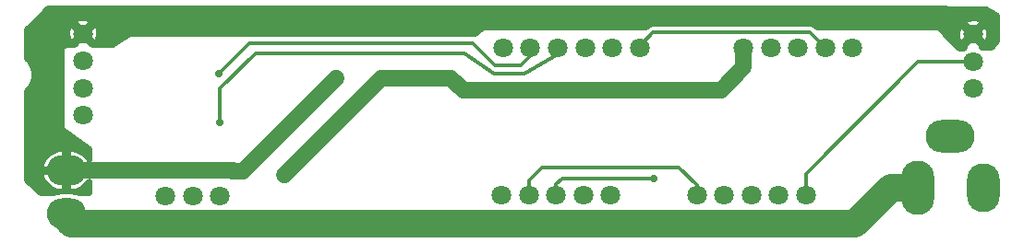
<source format=gtl>
G04 #@! TF.FileFunction,Copper,L1,Top,Signal*
%FSLAX46Y46*%
G04 Gerber Fmt 4.6, Leading zero omitted, Abs format (unit mm)*
G04 Created by KiCad (PCBNEW 4.0.1-stable) date 2/14/2016 11:26:41 PM*
%MOMM*%
G01*
G04 APERTURE LIST*
%ADD10C,0.100000*%
%ADD11O,3.000000X5.000000*%
%ADD12O,3.000000X4.500000*%
%ADD13O,4.500000X3.000000*%
%ADD14O,3.600000X2.800000*%
%ADD15C,1.800000*%
%ADD16C,0.800000*%
%ADD17C,0.700000*%
%ADD18C,1.500000*%
%ADD19C,2.500000*%
%ADD20C,0.300000*%
%ADD21C,0.250000*%
%ADD22C,0.500000*%
G04 APERTURE END LIST*
D10*
D11*
X155700000Y-75100000D03*
D12*
X161700000Y-75100000D03*
D13*
X158700000Y-70400000D03*
D14*
X77650000Y-73520000D03*
X77650000Y-77480000D03*
D15*
X135450000Y-75750000D03*
X145450000Y-75750000D03*
X142950000Y-75750000D03*
X140450000Y-75750000D03*
X137950000Y-75750000D03*
X91750000Y-75900000D03*
X89250000Y-75900000D03*
X86750000Y-75900000D03*
X117550000Y-75750000D03*
X127550000Y-75750000D03*
X125050000Y-75750000D03*
X122550000Y-75750000D03*
X120050000Y-75750000D03*
X160800000Y-66000000D03*
X160800000Y-63500000D03*
X160800000Y-61000000D03*
X130200000Y-62200000D03*
X117700000Y-62200000D03*
X127700000Y-62200000D03*
X120200000Y-62200000D03*
X122700000Y-62200000D03*
X125200000Y-62200000D03*
X79200000Y-60950000D03*
X79200000Y-63450000D03*
X79200000Y-65950000D03*
X79200000Y-68450000D03*
X149750000Y-62200000D03*
X139750000Y-62200000D03*
X142250000Y-62200000D03*
X144750000Y-62200000D03*
X147250000Y-62200000D03*
D16*
X102350000Y-65000000D03*
X110650000Y-65000000D03*
X97650000Y-73900000D03*
D17*
X131500000Y-74250000D03*
X91650000Y-64600000D03*
X91750000Y-69050000D03*
D18*
X77200000Y-73520000D02*
X92880000Y-73520000D01*
X93800000Y-73550000D02*
X102350000Y-65000000D01*
X92910000Y-73550000D02*
X93800000Y-73550000D01*
X92880000Y-73520000D02*
X92910000Y-73550000D01*
X77200000Y-73520000D02*
X77120000Y-73520000D01*
X110650000Y-65000000D02*
X112900000Y-65000000D01*
X139750000Y-64050000D02*
X139750000Y-62200000D01*
X137650000Y-66150000D02*
X139750000Y-64050000D01*
X114050000Y-66150000D02*
X137650000Y-66150000D01*
X112900000Y-65000000D02*
X114050000Y-66150000D01*
X106550000Y-65000000D02*
X110650000Y-65000000D01*
X97650000Y-73900000D02*
X106550000Y-65000000D01*
D19*
X154700000Y-75100000D02*
X153300000Y-75100000D01*
X153300000Y-75100000D02*
X150000000Y-78400000D01*
X150000000Y-78400000D02*
X78120000Y-78400000D01*
X78120000Y-78400000D02*
X77200000Y-77480000D01*
D20*
X145450000Y-75750000D02*
X145450000Y-73800000D01*
X155750000Y-63500000D02*
X160800000Y-63500000D01*
X145450000Y-73800000D02*
X155750000Y-63500000D01*
X122550000Y-75750000D02*
X122550000Y-74800000D01*
X122550000Y-74800000D02*
X123100000Y-74250000D01*
X123100000Y-74250000D02*
X131500000Y-74250000D01*
D21*
X122550000Y-75300000D02*
X122550000Y-75750000D01*
D20*
X120050000Y-75750000D02*
X120050000Y-74400000D01*
X120050000Y-74400000D02*
X121250000Y-73200000D01*
X121250000Y-73200000D02*
X133800000Y-73200000D01*
X133800000Y-73200000D02*
X135450000Y-74850000D01*
D21*
X135450000Y-74850000D02*
X135450000Y-75750000D01*
X130200000Y-62200000D02*
X130200000Y-62050000D01*
D20*
X130200000Y-62050000D02*
X131450000Y-60800000D01*
X131450000Y-60800000D02*
X145850000Y-60800000D01*
X145850000Y-60800000D02*
X147250000Y-62200000D01*
X120200000Y-62200000D02*
X120200000Y-63000000D01*
X120200000Y-63000000D02*
X119350000Y-63850000D01*
X119350000Y-63850000D02*
X116950000Y-63850000D01*
X116950000Y-63850000D02*
X114950000Y-61850000D01*
X114950000Y-61850000D02*
X112150000Y-61850000D01*
X94400000Y-61850000D02*
X112150000Y-61850000D01*
X91650000Y-64600000D02*
X94400000Y-61850000D01*
D21*
X122700000Y-62200000D02*
X122700000Y-62800000D01*
D20*
X122700000Y-62800000D02*
X119662500Y-64600000D01*
X91750000Y-65950000D02*
X91750000Y-69050000D01*
X95000000Y-62700000D02*
X91750000Y-65950000D01*
X114184856Y-62700000D02*
X95000000Y-62700000D01*
X116833340Y-64600000D02*
X114184856Y-62700000D01*
X119662500Y-64600000D02*
X116833340Y-64600000D01*
D22*
G36*
X158938648Y-58649742D02*
X158950000Y-58650000D01*
X161978300Y-58650000D01*
X163000000Y-59288563D01*
X163000000Y-61611239D01*
X162479479Y-62251881D01*
X161651621Y-62265022D01*
X161554735Y-62199671D01*
X161620924Y-62033056D01*
X160800000Y-61212132D01*
X159979076Y-62033056D01*
X160045743Y-62200875D01*
X159905359Y-62292740D01*
X159553875Y-62298319D01*
X158380262Y-61092986D01*
X159345954Y-61092986D01*
X159392033Y-61374870D01*
X159492220Y-61642347D01*
X159539345Y-61730509D01*
X159766944Y-61820924D01*
X160587868Y-61000000D01*
X161012132Y-61000000D01*
X161833056Y-61820924D01*
X162060655Y-61730509D01*
X162178948Y-61470531D01*
X162244248Y-61192471D01*
X162254046Y-60907014D01*
X162207967Y-60625130D01*
X162107780Y-60357653D01*
X162060655Y-60269491D01*
X161833056Y-60179076D01*
X161012132Y-61000000D01*
X160587868Y-61000000D01*
X159766944Y-60179076D01*
X159539345Y-60269491D01*
X159421052Y-60529469D01*
X159355752Y-60807529D01*
X159345954Y-61092986D01*
X158380262Y-61092986D01*
X157779118Y-60475596D01*
X157723439Y-60432600D01*
X157657985Y-60406818D01*
X157600000Y-60400000D01*
X146510660Y-60400000D01*
X146380330Y-60269670D01*
X146326840Y-60225733D01*
X146273725Y-60181165D01*
X146270267Y-60179264D01*
X146267221Y-60176762D01*
X146206174Y-60144028D01*
X146145456Y-60110648D01*
X146141698Y-60109456D01*
X146138222Y-60107592D01*
X146071954Y-60087332D01*
X146005934Y-60066389D01*
X146002016Y-60065950D01*
X145998243Y-60064796D01*
X145929284Y-60057791D01*
X145860472Y-60050073D01*
X145852769Y-60050019D01*
X145852618Y-60050004D01*
X145852478Y-60050017D01*
X145850000Y-60050000D01*
X131450000Y-60050000D01*
X131381093Y-60056757D01*
X131312036Y-60062799D01*
X131308249Y-60063899D01*
X131304324Y-60064284D01*
X131237963Y-60084319D01*
X131171474Y-60103636D01*
X131167977Y-60105449D01*
X131164197Y-60106590D01*
X131102982Y-60139139D01*
X131041521Y-60170997D01*
X131038440Y-60173457D01*
X131034956Y-60175309D01*
X130981254Y-60219107D01*
X130927126Y-60262317D01*
X130921639Y-60267728D01*
X130921524Y-60267822D01*
X130921436Y-60267928D01*
X130919670Y-60269670D01*
X130789340Y-60400000D01*
X115900000Y-60400000D01*
X115830352Y-60409898D01*
X115766218Y-60438807D01*
X115723223Y-60473223D01*
X115196446Y-61000000D01*
X83500000Y-61000000D01*
X83430352Y-61009898D01*
X83364468Y-61039926D01*
X81876353Y-62000000D01*
X80014193Y-62000000D01*
X80020924Y-61983056D01*
X79200000Y-61162132D01*
X78379076Y-61983056D01*
X78385807Y-62000000D01*
X77700000Y-62000000D01*
X77630352Y-62009898D01*
X77571376Y-62035627D01*
X77321376Y-62185627D01*
X77266745Y-62229948D01*
X77226625Y-62287734D01*
X77204192Y-62354409D01*
X77200000Y-62400000D01*
X77200000Y-69550000D01*
X77209898Y-69619648D01*
X77238807Y-69683782D01*
X77303193Y-69752355D01*
X79750000Y-71527489D01*
X79750000Y-72554637D01*
X79534925Y-72247207D01*
X79258083Y-71981969D01*
X78934815Y-71775837D01*
X78577544Y-71636732D01*
X78200000Y-71570000D01*
X77800000Y-71570000D01*
X77800000Y-73370000D01*
X77820000Y-73370000D01*
X77820000Y-73670000D01*
X77800000Y-73670000D01*
X77800000Y-75470000D01*
X78200000Y-75470000D01*
X78577544Y-75403268D01*
X78934815Y-75264163D01*
X79258083Y-75058031D01*
X79534925Y-74792793D01*
X79750000Y-74485363D01*
X79750000Y-75650000D01*
X78864542Y-75650000D01*
X78849497Y-75641729D01*
X78477436Y-75523705D01*
X78089537Y-75480195D01*
X78061613Y-75480000D01*
X77238387Y-75480000D01*
X76849918Y-75518090D01*
X76476246Y-75630908D01*
X76440339Y-75650000D01*
X75253554Y-75650000D01*
X74050000Y-74446446D01*
X74050000Y-73972297D01*
X75353180Y-73972297D01*
X75391032Y-74127651D01*
X75545298Y-74478642D01*
X75765075Y-74792793D01*
X76041917Y-75058031D01*
X76365185Y-75264163D01*
X76722456Y-75403268D01*
X77100000Y-75470000D01*
X77500000Y-75470000D01*
X77500000Y-73670000D01*
X75443718Y-73670000D01*
X75353180Y-73972297D01*
X74050000Y-73972297D01*
X74050000Y-73067703D01*
X75353180Y-73067703D01*
X75443718Y-73370000D01*
X77500000Y-73370000D01*
X77500000Y-71570000D01*
X77100000Y-71570000D01*
X76722456Y-71636732D01*
X76365185Y-71775837D01*
X76041917Y-71981969D01*
X75765075Y-72247207D01*
X75545298Y-72561358D01*
X75391032Y-72912349D01*
X75353180Y-73067703D01*
X74050000Y-73067703D01*
X74050000Y-66176306D01*
X74221316Y-66013164D01*
X74447404Y-65692664D01*
X74606934Y-65334353D01*
X74693830Y-64951879D01*
X74700086Y-64503890D01*
X74623903Y-64119139D01*
X74474439Y-63756514D01*
X74257388Y-63429825D01*
X74050000Y-63220984D01*
X74050000Y-61042986D01*
X77745954Y-61042986D01*
X77792033Y-61324870D01*
X77892220Y-61592347D01*
X77939345Y-61680509D01*
X78166944Y-61770924D01*
X78987868Y-60950000D01*
X79412132Y-60950000D01*
X80233056Y-61770924D01*
X80460655Y-61680509D01*
X80578948Y-61420531D01*
X80644248Y-61142471D01*
X80654046Y-60857014D01*
X80607967Y-60575130D01*
X80507780Y-60307653D01*
X80460655Y-60219491D01*
X80233056Y-60129076D01*
X79412132Y-60950000D01*
X78987868Y-60950000D01*
X78166944Y-60129076D01*
X77939345Y-60219491D01*
X77821052Y-60479469D01*
X77755752Y-60757529D01*
X77745954Y-61042986D01*
X74050000Y-61042986D01*
X74050000Y-60551794D01*
X74669734Y-59916944D01*
X78379076Y-59916944D01*
X79200000Y-60737868D01*
X79970924Y-59966944D01*
X159979076Y-59966944D01*
X160800000Y-60787868D01*
X161620924Y-59966944D01*
X161530509Y-59739345D01*
X161270531Y-59621052D01*
X160992471Y-59555752D01*
X160707014Y-59545954D01*
X160425130Y-59592033D01*
X160157653Y-59692220D01*
X160069491Y-59739345D01*
X159979076Y-59966944D01*
X79970924Y-59966944D01*
X80020924Y-59916944D01*
X79930509Y-59689345D01*
X79670531Y-59571052D01*
X79392471Y-59505752D01*
X79107014Y-59495954D01*
X78825130Y-59542033D01*
X78557653Y-59642220D01*
X78469491Y-59689345D01*
X78379076Y-59916944D01*
X74669734Y-59916944D01*
X75950441Y-58605000D01*
X157954324Y-58605000D01*
X158938648Y-58649742D01*
X158938648Y-58649742D01*
G37*
X158938648Y-58649742D02*
X158950000Y-58650000D01*
X161978300Y-58650000D01*
X163000000Y-59288563D01*
X163000000Y-61611239D01*
X162479479Y-62251881D01*
X161651621Y-62265022D01*
X161554735Y-62199671D01*
X161620924Y-62033056D01*
X160800000Y-61212132D01*
X159979076Y-62033056D01*
X160045743Y-62200875D01*
X159905359Y-62292740D01*
X159553875Y-62298319D01*
X158380262Y-61092986D01*
X159345954Y-61092986D01*
X159392033Y-61374870D01*
X159492220Y-61642347D01*
X159539345Y-61730509D01*
X159766944Y-61820924D01*
X160587868Y-61000000D01*
X161012132Y-61000000D01*
X161833056Y-61820924D01*
X162060655Y-61730509D01*
X162178948Y-61470531D01*
X162244248Y-61192471D01*
X162254046Y-60907014D01*
X162207967Y-60625130D01*
X162107780Y-60357653D01*
X162060655Y-60269491D01*
X161833056Y-60179076D01*
X161012132Y-61000000D01*
X160587868Y-61000000D01*
X159766944Y-60179076D01*
X159539345Y-60269491D01*
X159421052Y-60529469D01*
X159355752Y-60807529D01*
X159345954Y-61092986D01*
X158380262Y-61092986D01*
X157779118Y-60475596D01*
X157723439Y-60432600D01*
X157657985Y-60406818D01*
X157600000Y-60400000D01*
X146510660Y-60400000D01*
X146380330Y-60269670D01*
X146326840Y-60225733D01*
X146273725Y-60181165D01*
X146270267Y-60179264D01*
X146267221Y-60176762D01*
X146206174Y-60144028D01*
X146145456Y-60110648D01*
X146141698Y-60109456D01*
X146138222Y-60107592D01*
X146071954Y-60087332D01*
X146005934Y-60066389D01*
X146002016Y-60065950D01*
X145998243Y-60064796D01*
X145929284Y-60057791D01*
X145860472Y-60050073D01*
X145852769Y-60050019D01*
X145852618Y-60050004D01*
X145852478Y-60050017D01*
X145850000Y-60050000D01*
X131450000Y-60050000D01*
X131381093Y-60056757D01*
X131312036Y-60062799D01*
X131308249Y-60063899D01*
X131304324Y-60064284D01*
X131237963Y-60084319D01*
X131171474Y-60103636D01*
X131167977Y-60105449D01*
X131164197Y-60106590D01*
X131102982Y-60139139D01*
X131041521Y-60170997D01*
X131038440Y-60173457D01*
X131034956Y-60175309D01*
X130981254Y-60219107D01*
X130927126Y-60262317D01*
X130921639Y-60267728D01*
X130921524Y-60267822D01*
X130921436Y-60267928D01*
X130919670Y-60269670D01*
X130789340Y-60400000D01*
X115900000Y-60400000D01*
X115830352Y-60409898D01*
X115766218Y-60438807D01*
X115723223Y-60473223D01*
X115196446Y-61000000D01*
X83500000Y-61000000D01*
X83430352Y-61009898D01*
X83364468Y-61039926D01*
X81876353Y-62000000D01*
X80014193Y-62000000D01*
X80020924Y-61983056D01*
X79200000Y-61162132D01*
X78379076Y-61983056D01*
X78385807Y-62000000D01*
X77700000Y-62000000D01*
X77630352Y-62009898D01*
X77571376Y-62035627D01*
X77321376Y-62185627D01*
X77266745Y-62229948D01*
X77226625Y-62287734D01*
X77204192Y-62354409D01*
X77200000Y-62400000D01*
X77200000Y-69550000D01*
X77209898Y-69619648D01*
X77238807Y-69683782D01*
X77303193Y-69752355D01*
X79750000Y-71527489D01*
X79750000Y-72554637D01*
X79534925Y-72247207D01*
X79258083Y-71981969D01*
X78934815Y-71775837D01*
X78577544Y-71636732D01*
X78200000Y-71570000D01*
X77800000Y-71570000D01*
X77800000Y-73370000D01*
X77820000Y-73370000D01*
X77820000Y-73670000D01*
X77800000Y-73670000D01*
X77800000Y-75470000D01*
X78200000Y-75470000D01*
X78577544Y-75403268D01*
X78934815Y-75264163D01*
X79258083Y-75058031D01*
X79534925Y-74792793D01*
X79750000Y-74485363D01*
X79750000Y-75650000D01*
X78864542Y-75650000D01*
X78849497Y-75641729D01*
X78477436Y-75523705D01*
X78089537Y-75480195D01*
X78061613Y-75480000D01*
X77238387Y-75480000D01*
X76849918Y-75518090D01*
X76476246Y-75630908D01*
X76440339Y-75650000D01*
X75253554Y-75650000D01*
X74050000Y-74446446D01*
X74050000Y-73972297D01*
X75353180Y-73972297D01*
X75391032Y-74127651D01*
X75545298Y-74478642D01*
X75765075Y-74792793D01*
X76041917Y-75058031D01*
X76365185Y-75264163D01*
X76722456Y-75403268D01*
X77100000Y-75470000D01*
X77500000Y-75470000D01*
X77500000Y-73670000D01*
X75443718Y-73670000D01*
X75353180Y-73972297D01*
X74050000Y-73972297D01*
X74050000Y-73067703D01*
X75353180Y-73067703D01*
X75443718Y-73370000D01*
X77500000Y-73370000D01*
X77500000Y-71570000D01*
X77100000Y-71570000D01*
X76722456Y-71636732D01*
X76365185Y-71775837D01*
X76041917Y-71981969D01*
X75765075Y-72247207D01*
X75545298Y-72561358D01*
X75391032Y-72912349D01*
X75353180Y-73067703D01*
X74050000Y-73067703D01*
X74050000Y-66176306D01*
X74221316Y-66013164D01*
X74447404Y-65692664D01*
X74606934Y-65334353D01*
X74693830Y-64951879D01*
X74700086Y-64503890D01*
X74623903Y-64119139D01*
X74474439Y-63756514D01*
X74257388Y-63429825D01*
X74050000Y-63220984D01*
X74050000Y-61042986D01*
X77745954Y-61042986D01*
X77792033Y-61324870D01*
X77892220Y-61592347D01*
X77939345Y-61680509D01*
X78166944Y-61770924D01*
X78987868Y-60950000D01*
X79412132Y-60950000D01*
X80233056Y-61770924D01*
X80460655Y-61680509D01*
X80578948Y-61420531D01*
X80644248Y-61142471D01*
X80654046Y-60857014D01*
X80607967Y-60575130D01*
X80507780Y-60307653D01*
X80460655Y-60219491D01*
X80233056Y-60129076D01*
X79412132Y-60950000D01*
X78987868Y-60950000D01*
X78166944Y-60129076D01*
X77939345Y-60219491D01*
X77821052Y-60479469D01*
X77755752Y-60757529D01*
X77745954Y-61042986D01*
X74050000Y-61042986D01*
X74050000Y-60551794D01*
X74669734Y-59916944D01*
X78379076Y-59916944D01*
X79200000Y-60737868D01*
X79970924Y-59966944D01*
X159979076Y-59966944D01*
X160800000Y-60787868D01*
X161620924Y-59966944D01*
X161530509Y-59739345D01*
X161270531Y-59621052D01*
X160992471Y-59555752D01*
X160707014Y-59545954D01*
X160425130Y-59592033D01*
X160157653Y-59692220D01*
X160069491Y-59739345D01*
X159979076Y-59966944D01*
X79970924Y-59966944D01*
X80020924Y-59916944D01*
X79930509Y-59689345D01*
X79670531Y-59571052D01*
X79392471Y-59505752D01*
X79107014Y-59495954D01*
X78825130Y-59542033D01*
X78557653Y-59642220D01*
X78469491Y-59689345D01*
X78379076Y-59916944D01*
X74669734Y-59916944D01*
X75950441Y-58605000D01*
X157954324Y-58605000D01*
X158938648Y-58649742D01*
M02*

</source>
